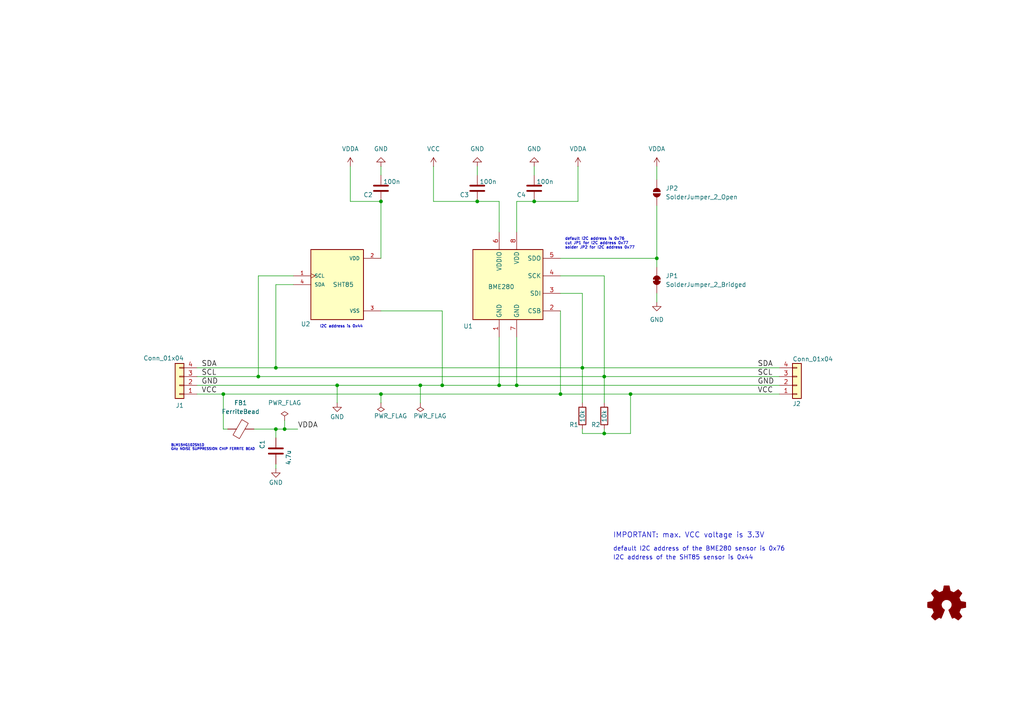
<source format=kicad_sch>
(kicad_sch (version 20231120) (generator "eeschema") (generator_version "8.0")
  (paper "A4")
  (title_block (title "I2C_Module_SHT85_BME280_FUEL4EP") (date "2024-09-30") (rev "1.4") (company "FUEL4EP") (comment 1 "fitting to  HB-UNI-SEN-BATT_ATMega1284P_E07-868MS10_FUEL4EP") (comment 2 "Creative Commons License, non-commercial"))
  (lib_symbols
    (symbol "Connector_Generic:Conn_01x04" (pin_names (offset 1.016) hide)
      (property "Reference" "J" (at 0 5.08 0))
      (property "Value" "Conn_01x04" (at 0 -7.62 0))
      (symbol "Conn_01x04_1_1"
        (rectangle (start -1.27 -4.953) (end 0 -5.207) (stroke (width 0.1524)))
        (rectangle (start -1.27 -2.413) (end 0 -2.667) (stroke (width 0.1524)))
        (rectangle (start -1.27 0.127) (end 0 -0.127) (stroke (width 0.1524)))
        (rectangle (start -1.27 2.667) (end 0 2.413) (stroke (width 0.1524)))
        (rectangle (start -1.27 3.81) (end 1.27 -6.35) (stroke (width 0.254)) (fill (type background)))
        (pin passive line (at -5.08 2.54 0) (length 3.81) (name "Pin_1") (number "1"))
        (pin passive line (at -5.08 0 0) (length 3.81) (name "Pin_2") (number "2"))
        (pin passive line (at -5.08 -2.54 0) (length 3.81) (name "Pin_3") (number "3"))
        (pin passive line (at -5.08 -5.08 0) (length 3.81) (name "Pin_4") (number "4"))
      )
    )
    (symbol "Device:C" (pin_numbers hide) (pin_names (offset 0.254))
      (property "Reference" "C" (at 0.635 2.54 0))
      (property "Value" "C" (at 0.635 -2.54 0))
      (symbol "C_0_1"
        (polyline (pts (xy -2.032 -0.762) (xy 2.032 -0.762)) (stroke (width 0.508)))
        (polyline (pts (xy -2.032 0.762) (xy 2.032 0.762)) (stroke (width 0.508)))
      )
      (symbol "C_1_1"
        (pin passive line (at 0 3.81 270) (length 2.794) (name "~") (number "1"))
        (pin passive line (at 0 -3.81 90) (length 2.794) (name "~") (number "2"))
      )
    )
    (symbol "Device:FerriteBead" (pin_numbers hide) (pin_names (offset 0))
      (property "Reference" "FB" (at -3.81 0.635 90))
      (property "Value" "FerriteBead" (at 3.81 0 90))
      (symbol "FerriteBead_0_1"
        (polyline (pts (xy 0 -1.27) (xy 0 -1.2192)))
        (polyline (pts (xy 0 1.27) (xy 0 1.2954)))
        (polyline (pts (xy -2.7686 0.4064) (xy -1.7018 2.2606) (xy 2.7686 -0.3048) (xy 1.6764 -2.159) (xy -2.7686 0.4064)))
      )
      (symbol "FerriteBead_1_1"
        (pin passive line (at 0 3.81 270) (length 2.54) (name "~") (number "1"))
        (pin passive line (at 0 -3.81 90) (length 2.54) (name "~") (number "2"))
      )
    )
    (symbol "Device:R" (pin_numbers hide) (pin_names (offset 0))
      (property "Reference" "R" (at 2.032 0 90))
      (property "Value" "R" (at 0 0 90))
      (symbol "R_0_1"
        (rectangle (start -1.016 -2.54) (end 1.016 2.54) (stroke (width 0.254)))
      )
      (symbol "R_1_1"
        (pin passive line (at 0 3.81 270) (length 1.27) (name "~") (number "1"))
        (pin passive line (at 0 -3.81 90) (length 1.27) (name "~") (number "2"))
      )
    )
    (symbol "FUEL4EP:SHT85" (pin_names (offset 1.016))
      (property "Reference" "U" (at -7.62 11.43 0))
      (property "Value" "SHT85" (at -7.62 -12.7 0))
      (symbol "SHT85_0_0"
        (rectangle (start -7.62 -10.16) (end 7.62 10.16) (stroke (width 0.254)) (fill (type background)))
        (pin input clock (at -12.7 2.54 0) (length 5.08) (name "SCL") (number "1"))
        (pin power_in line (at 12.7 7.62 180) (length 5.08) (name "VDD") (number "2"))
        (pin power_in line (at 12.7 -7.62 180) (length 5.08) (name "VSS") (number "3"))
        (pin bidirectional line (at -12.7 0 0) (length 5.08) (name "SDA") (number "4"))
      )
    )
    (symbol "Graphic:Logo_Open_Hardware_Small" (in_bom no) (on_board no)
      (symbol "Logo_Open_Hardware_Small_0_1"
        (polyline (pts (xy 3.3528 -4.3434) (xy 3.302 -4.318) (xy 3.175 -4.2418) (xy 2.9972 -4.1148) (xy 2.7686 -3.9624) (xy 2.54 -3.81) (xy 2.3622 -3.7084) (xy 2.2352 -3.6068) (xy 2.1844 -3.5814) (xy 2.159 -3.6068) (xy 2.0574 -3.6576) (xy 1.905 -3.7338) (xy 1.8034 -3.7846) (xy 1.6764 -3.8354) (xy 1.6002 -3.8354) (xy 1.6002 -3.8354) (xy 1.5494 -3.7338) (xy 1.4732 -3.5306) (xy 1.3462 -3.302) (xy 1.2446 -3.0226) (xy 1.1176 -2.7178) (xy 0.9652 -2.413) (xy 0.8636 -2.1082) (xy 0.7366 -1.8288) (xy 0.6604 -1.6256) (xy 0.6096 -1.4732) (xy 0.5842 -1.397) (xy 0.5842 -1.397) (xy 0.6604 -1.3208) (xy 0.7874 -1.2446) (xy 1.0414 -1.016) (xy 1.2954 -0.6858) (xy 1.4478 -0.3302) (xy 1.524 0.0762) (xy 1.4732 0.4572) (xy 1.3208 0.8128) (xy 1.0668 1.143) (xy 0.762 1.3716) (xy 0.4064 1.524) (xy 0 1.5748) (xy -0.381 1.5494) (xy -0.7366 1.397) (xy -1.0668 1.143) (xy -1.2192 0.9906) (xy -1.397 0.6604) (xy -1.524 0.3048) (xy -1.524 0.2286) (xy -1.4986 -0.1778) (xy -1.397 -0.5334) (xy -1.1938 -0.8636) (xy -0.9144 -1.143) (xy -0.8636 -1.1684) (xy -0.7366 -1.27) (xy -0.635 -1.3462) (xy -0.5842 -1.397) (xy -1.0668 -2.5908) (xy -1.143 -2.794) (xy -1.2954 -3.1242) (xy -1.397 -3.4036) (xy -1.4986 -3.6322) (xy -1.5748 -3.7846) (xy -1.6002 -3.8354) (xy -1.6002 -3.8354) (xy -1.651 -3.8354) (xy -1.7272 -3.81) (xy -1.905 -3.7338) (xy -2.0066 -3.683) (xy -2.1336 -3.6068) (xy -2.2098 -3.5814) (xy -2.2606 -3.6068) (xy -2.3622 -3.683) (xy -2.54 -3.81) (xy -2.7686 -3.9624) (xy -2.9718 -4.0894) (xy -3.1496 -4.2164) (xy -3.302 -4.318) (xy -3.3528 -4.3434) (xy -3.3782 -4.3434) (xy -3.429 -4.318) (xy -3.5306 -4.2164) (xy -3.7084 -4.064) (xy -3.937 -3.8354) (xy -3.9624 -3.81) (xy -4.1656 -3.6068) (xy -4.318 -3.4544) (xy -4.4196 -3.3274) (xy -4.445 -3.2766) (xy -4.445 -3.2766) (xy -4.4196 -3.2258) (xy -4.318 -3.0734) (xy -4.2164 -2.8956) (xy -4.064 -2.667) (xy -3.6576 -2.0828) (xy -3.8862 -1.5494) (xy -3.937 -1.3716) (xy -4.0386 -1.1684) (xy -4.0894 -1.0414) (xy -4.1148 -0.9652) (xy -4.191 -0.9398) (xy -4.318 -0.9144) (xy -4.5466 -0.8636) (xy -4.8006 -0.8128) (xy -5.0546 -0.7874) (xy -5.2578 -0.7366) (xy -5.4356 -0.7112) (xy -5.5118 -0.6858) (xy -5.5118 -0.6858) (xy -5.5372 -0.635) (xy -5.5372 -0.5588) (xy -5.5372 -0.4318) (xy -5.5626 -0.2286) (xy -5.5626 0.0762) (xy -5.5626 0.127) (xy -5.5372 0.4064) (xy -5.5372 0.635) (xy -5.5372 0.762) (xy -5.5372 0.8382) (xy -5.5372 0.8382) (xy -5.461 0.8382) (xy -5.3086 0.889) (xy -5.08 0.9144) (xy -4.826 0.9652) (xy -4.8006 0.9906) (xy -4.5466 1.0414) (xy -4.318 1.0668) (xy -4.1656 1.1176) (xy -4.0894 1.143) (xy -4.0894 1.143) (xy -4.0386 1.2446) (xy -3.9624 1.4224) (xy -3.8608 1.6256) (xy -3.7846 1.8288) (xy -3.7084 2.0066) (xy -3.6576 2.159) (xy -3.6322 2.2098) (xy -3.6322 2.2098) (xy -3.683 2.286) (xy -3.7592 2.413) (xy -3.8862 2.5908) (xy -4.064 2.8194) (xy -4.064 2.8448) (xy -4.2164 3.0734) (xy -4.3434 3.2512) (xy -4.4196 3.3782) (xy -4.445 3.4544) (xy -4.445 3.4544) (xy -4.3942 3.5052) (xy -4.2926 3.6322) (xy -4.1148 3.81) (xy -3.937 4.0132) (xy -3.8608 4.064) (xy -3.6576 4.2926) (xy -3.5052 4.4196) (xy -3.4036 4.4958) (xy -3.3528 4.5212) (xy -3.3528 4.5212) (xy -3.302 4.4704) (xy -3.1496 4.3688) (xy -2.9718 4.2418) (xy -2.7432 4.0894) (xy -2.7178 4.0894) (xy -2.4892 3.937) (xy -2.3114 3.81) (xy -2.1844 3.7084) (xy -2.1336 3.683) (xy -2.1082 3.683) (xy -2.032 3.7084) (xy -1.8542 3.7592) (xy -1.6764 3.8354) (xy -1.4732 3.937) (xy -1.27 4.0132) (xy -1.143 4.064) (xy -1.0668 4.1148) (xy -1.0668 4.1148) (xy -1.0414 4.191) (xy -1.016 4.3434) (xy -0.9652 4.572) (xy -0.9144 4.8514) (xy -0.889 4.9022) (xy -0.8382 5.1562) (xy -0.8128 5.3848) (xy -0.7874 5.5372) (xy -0.762 5.588) (xy -0.7112 5.6134) (xy -0.5842 5.6134) (xy -0.4064 5.6134) (xy -0.1524 5.6134) (xy 0.0762 5.6134) (xy 0.3302 5.6134) (xy 0.5334 5.6134) (xy 0.6858 5.588) (xy 0.7366 5.588) (xy 0.7366 5.588) (xy 0.762 5.5118) (xy 0.8128 5.334) (xy 0.8382 5.1054) (xy 0.9144 4.826) (xy 0.9144 4.7752) (xy 0.9652 4.5212) (xy 1.016 4.2926) (xy 1.0414 4.1402) (xy 1.0668 4.0894) (xy 1.0668 4.0894) (xy 1.1938 4.0386) (xy 1.3716 3.9624) (xy 1.5748 3.8608) (xy 2.0828 3.6576) (xy 2.7178 4.0894) (xy 2.7686 4.1402) (xy 2.9972 4.2926) (xy 3.175 4.4196) (xy 3.302 4.4958) (xy 3.3782 4.5212) (xy 3.3782 4.5212) (xy 3.429 4.4704) (xy 3.556 4.3434) (xy 3.7338 4.191) (xy 3.9116 3.9878) (xy 4.064 3.8354) (xy 4.2418 3.6576) (xy 4.3434 3.556) (xy 4.4196 3.4798) (xy 4.4196 3.429) (xy 4.4196 3.4036) (xy 4.3942 3.3274) (xy 4.2926 3.2004) (xy 4.1656 2.9972) (xy 4.0132 2.794) (xy 3.8862 2.5908) (xy 3.7592 2.3876) (xy 3.6576 2.2352) (xy 3.6322 2.159) (xy 3.6322 2.1336) (xy 3.683 2.0066) (xy 3.7592 1.8288) (xy 3.8608 1.6002) (xy 4.064 1.1176) (xy 4.3942 1.0414) (xy 4.5974 1.016) (xy 4.8768 0.9652) (xy 5.1308 0.9144) (xy 5.5372 0.8382) (xy 5.5626 -0.6604) (xy 5.4864 -0.6858) (xy 5.4356 -0.6858) (xy 5.2832 -0.7366) (xy 5.0546 -0.762) (xy 4.8006 -0.8128) (xy 4.5974 -0.8636) (xy 4.3688 -0.9144) (xy 4.2164 -0.9398) (xy 4.1402 -0.9398) (xy 4.1148 -0.9652) (xy 4.064 -1.0668) (xy 3.9878 -1.2446) (xy 3.9116 -1.4478) (xy 3.81 -1.651) (xy 3.7338 -1.8542) (xy 3.683 -2.0066) (xy 3.6576 -2.0828) (xy 3.683 -2.1336) (xy 3.7846 -2.2606) (xy 3.8862 -2.4638) (xy 4.0386 -2.667) (xy 4.191 -2.8956) (xy 4.318 -3.0734) (xy 4.3942 -3.2004) (xy 4.445 -3.2766) (xy 4.4196 -3.3274) (xy 4.3434 -3.429) (xy 4.1656 -3.5814) (xy 3.937 -3.8354) (xy 3.8862 -3.8608) (xy 3.683 -4.064) (xy 3.5306 -4.2164) (xy 3.4036 -4.318) (xy 3.3528 -4.3434)) (fill (type outline)))
      )
    )
    (symbol "Jumper:SolderJumper_2_Bridged" (pin_numbers hide) (pin_names (offset 0) hide) (exclude_from_sim yes) (in_bom no)
      (property "Reference" "JP" (at 0 2.032 0))
      (property "Value" "SolderJumper_2_Bridged" (at 0 -2.54 0))
      (symbol "SolderJumper_2_Bridged_0_1"
        (rectangle (start -0.508 0.508) (end 0.508 -0.508) (fill (type outline)))
        (arc (start -0.254 1.016) (mid -1.2656 0) (end -0.254 -1.016))
        (arc (start -0.254 1.016) (mid -1.2656 0) (end -0.254 -1.016) (fill (type outline)))
        (polyline (pts (xy -0.254 1.016) (xy -0.254 -1.016)))
        (polyline (pts (xy 0.254 1.016) (xy 0.254 -1.016)))
        (arc (start 0.254 -1.016) (mid 1.2656 0) (end 0.254 1.016))
        (arc (start 0.254 -1.016) (mid 1.2656 0) (end 0.254 1.016) (fill (type outline)))
      )
      (symbol "SolderJumper_2_Bridged_1_1"
        (pin passive line (at -3.81 0 0) (length 2.54) (name "A") (number "1"))
        (pin passive line (at 3.81 0 180) (length 2.54) (name "B") (number "2"))
      )
    )
    (symbol "Jumper:SolderJumper_2_Open" (pin_numbers hide) (pin_names (offset 0) hide) (exclude_from_sim yes) (in_bom no)
      (property "Reference" "JP" (at 0 2.032 0))
      (property "Value" "SolderJumper_2_Open" (at 0 -2.54 0))
      (symbol "SolderJumper_2_Open_0_1"
        (arc (start -0.254 1.016) (mid -1.2656 0) (end -0.254 -1.016))
        (arc (start -0.254 1.016) (mid -1.2656 0) (end -0.254 -1.016) (fill (type outline)))
        (polyline (pts (xy -0.254 1.016) (xy -0.254 -1.016)))
        (polyline (pts (xy 0.254 1.016) (xy 0.254 -1.016)))
        (arc (start 0.254 -1.016) (mid 1.2656 0) (end 0.254 1.016))
        (arc (start 0.254 -1.016) (mid 1.2656 0) (end 0.254 1.016) (fill (type outline)))
      )
      (symbol "SolderJumper_2_Open_1_1"
        (pin passive line (at -3.81 0 0) (length 2.54) (name "A") (number "1"))
        (pin passive line (at 3.81 0 180) (length 2.54) (name "B") (number "2"))
      )
    )
    (symbol "Sensor:BME280"
      (property "Reference" "U" (at -8.89 11.43 0))
      (property "Value" "BME280" (at 7.62 11.43 0))
      (symbol "BME280_0_1"
        (rectangle (start -10.16 10.16) (end 10.16 -10.16) (stroke (width 0.254)) (fill (type background)))
      )
      (symbol "BME280_1_1"
        (pin power_in line (at -2.54 -15.24 90) (length 5.08) (name "GND") (number "1"))
        (pin input line (at 15.24 -7.62 180) (length 5.08) (name "CSB") (number "2"))
        (pin bidirectional line (at 15.24 -2.54 180) (length 5.08) (name "SDI") (number "3"))
        (pin input line (at 15.24 2.54 180) (length 5.08) (name "SCK") (number "4"))
        (pin bidirectional line (at 15.24 7.62 180) (length 5.08) (name "SDO") (number "5"))
        (pin power_in line (at -2.54 15.24 270) (length 5.08) (name "VDDIO") (number "6"))
        (pin power_in line (at 2.54 -15.24 90) (length 5.08) (name "GND") (number "7"))
        (pin power_in line (at 2.54 15.24 270) (length 5.08) (name "VDD") (number "8"))
      )
    )
    (symbol "power:GND" (power) (pin_numbers hide) (pin_names (offset 0) hide)
      (property "Value" "GND" (at 0 -3.81 0))
      (symbol "GND_0_1"
        (polyline (pts (xy 0 0) (xy 0 -1.27) (xy 1.27 -1.27) (xy 0 -2.54) (xy -1.27 -1.27) (xy 0 -1.27)))
      )
      (symbol "GND_1_1"
        (pin power_in line (at 0 0 270) (length 0) (name "~") (number "1"))
      )
    )
    (symbol "power:PWR_FLAG" (power) (pin_numbers hide) (pin_names (offset 0) hide)
      (property "Value" "PWR_FLAG" (at 0 3.81 0))
      (symbol "PWR_FLAG_0_0"
        (pin power_out line (at 0 0 90) (length 0) (name "~") (number "1"))
      )
      (symbol "PWR_FLAG_0_1"
        (polyline (pts (xy 0 0) (xy 0 1.27) (xy -1.016 1.905) (xy 0 2.54) (xy 1.016 1.905) (xy 0 1.27)))
      )
    )
    (symbol "power:VCC" (power) (pin_numbers hide) (pin_names (offset 0) hide)
      (property "Value" "VCC" (at 0 3.556 0))
      (symbol "VCC_0_1"
        (polyline (pts (xy -0.762 1.27) (xy 0 2.54)))
        (polyline (pts (xy 0 0) (xy 0 2.54)))
        (polyline (pts (xy 0 2.54) (xy 0.762 1.27)))
      )
      (symbol "VCC_1_1"
        (pin power_in line (at 0 0 90) (length 0) (name "~") (number "1"))
      )
    )
    (symbol "power:VDDA" (power) (pin_numbers hide) (pin_names (offset 0) hide)
      (property "Value" "VDDA" (at 0 3.556 0))
      (symbol "VDDA_0_1"
        (polyline (pts (xy -0.762 1.27) (xy 0 2.54)))
        (polyline (pts (xy 0 0) (xy 0 2.54)))
        (polyline (pts (xy 0 2.54) (xy 0.762 1.27)))
      )
      (symbol "VDDA_1_1"
        (pin power_in line (at 0 0 90) (length 0) (name "~") (number "1"))
      )
    )
  )
  (junction (at 175.26 109.22))
  (junction (at 64.77 114.3))
  (junction (at 80.01 106.68))
  (junction (at 182.88 114.3))
  (junction (at 149.86 111.76))
  (junction (at 154.94 58.42))
  (junction (at 175.26 125.73))
  (junction (at 128.27 111.76))
  (junction (at 80.01 124.46))
  (junction (at 138.43 58.42))
  (junction (at 97.79 111.76))
  (junction (at 168.91 106.68))
  (junction (at 121.92 111.76))
  (junction (at 144.78 111.76))
  (junction (at 162.56 114.3))
  (junction (at 74.93 109.22))
  (junction (at 82.55 124.46))
  (junction (at 110.49 58.42))
  (junction (at 110.49 114.3))
  (junction (at 190.5 74.93))
  (wire (pts (xy 168.91 85.09) (xy 168.91 106.68)))
  (wire (pts (xy 162.56 85.09) (xy 168.91 85.09)))
  (wire (pts (xy 85.09 82.55) (xy 80.01 82.55)))
  (wire (pts (xy 57.15 109.22) (xy 74.93 109.22)))
  (wire (pts (xy 85.09 80.01) (xy 74.93 80.01)))
  (wire (pts (xy 97.79 111.76) (xy 121.92 111.76)))
  (wire (pts (xy 190.5 74.93) (xy 162.56 74.93)))
  (wire (pts (xy 162.56 80.01) (xy 175.26 80.01)))
  (wire (pts (xy 175.26 80.01) (xy 175.26 109.22)))
  (wire (pts (xy 175.26 109.22) (xy 226.06 109.22)))
  (wire (pts (xy 182.88 125.73) (xy 182.88 114.3)))
  (wire (pts (xy 144.78 67.31) (xy 144.78 58.42)))
  (wire (pts (xy 190.5 48.26) (xy 190.5 52.07)))
  (wire (pts (xy 168.91 124.46) (xy 168.91 125.73)))
  (wire (pts (xy 57.15 106.68) (xy 80.01 106.68)))
  (wire (pts (xy 138.43 48.26) (xy 138.43 50.8)))
  (wire (pts (xy 175.26 124.46) (xy 175.26 125.73)))
  (wire (pts (xy 149.86 58.42) (xy 154.94 58.42)))
  (wire (pts (xy 86.36 124.46) (xy 82.55 124.46)))
  (wire (pts (xy 97.79 111.76) (xy 97.79 116.84)))
  (wire (pts (xy 167.64 48.26) (xy 167.64 58.42)))
  (wire (pts (xy 128.27 90.17) (xy 110.49 90.17)))
  (wire (pts (xy 168.91 106.68) (xy 226.06 106.68)))
  (wire (pts (xy 128.27 111.76) (xy 144.78 111.76)))
  (wire (pts (xy 175.26 125.73) (xy 182.88 125.73)))
  (wire (pts (xy 138.43 58.42) (xy 144.78 58.42)))
  (wire (pts (xy 74.93 80.01) (xy 74.93 109.22)))
  (wire (pts (xy 80.01 82.55) (xy 80.01 106.68)))
  (wire (pts (xy 80.01 134.62) (xy 80.01 135.89)))
  (wire (pts (xy 190.5 59.69) (xy 190.5 74.93)))
  (wire (pts (xy 190.5 85.09) (xy 190.5 87.63)))
  (wire (pts (xy 82.55 124.46) (xy 80.01 124.46)))
  (wire (pts (xy 149.86 97.79) (xy 149.86 111.76)))
  (wire (pts (xy 154.94 58.42) (xy 167.64 58.42)))
  (wire (pts (xy 121.92 111.76) (xy 128.27 111.76)))
  (wire (pts (xy 74.93 109.22) (xy 175.26 109.22)))
  (wire (pts (xy 82.55 121.92) (xy 82.55 124.46)))
  (wire (pts (xy 190.5 74.93) (xy 190.5 77.47)))
  (wire (pts (xy 162.56 90.17) (xy 162.56 114.3)))
  (wire (pts (xy 128.27 90.17) (xy 128.27 111.76)))
  (wire (pts (xy 80.01 124.46) (xy 80.01 127)))
  (wire (pts (xy 149.86 67.31) (xy 149.86 58.42)))
  (wire (pts (xy 168.91 106.68) (xy 168.91 116.84)))
  (wire (pts (xy 125.73 58.42) (xy 138.43 58.42)))
  (wire (pts (xy 64.77 114.3) (xy 110.49 114.3)))
  (wire (pts (xy 154.94 48.26) (xy 154.94 50.8)))
  (wire (pts (xy 144.78 111.76) (xy 149.86 111.76)))
  (wire (pts (xy 80.01 106.68) (xy 168.91 106.68)))
  (wire (pts (xy 57.15 114.3) (xy 64.77 114.3)))
  (wire (pts (xy 110.49 114.3) (xy 110.49 116.84)))
  (wire (pts (xy 64.77 124.46) (xy 66.04 124.46)))
  (wire (pts (xy 182.88 114.3) (xy 226.06 114.3)))
  (wire (pts (xy 125.73 48.26) (xy 125.73 58.42)))
  (wire (pts (xy 110.49 58.42) (xy 110.49 74.93)))
  (wire (pts (xy 175.26 109.22) (xy 175.26 116.84)))
  (wire (pts (xy 57.15 111.76) (xy 97.79 111.76)))
  (wire (pts (xy 73.66 124.46) (xy 80.01 124.46)))
  (wire (pts (xy 110.49 58.42) (xy 101.6 58.42)))
  (wire (pts (xy 149.86 111.76) (xy 226.06 111.76)))
  (wire (pts (xy 144.78 97.79) (xy 144.78 111.76)))
  (wire (pts (xy 101.6 48.26) (xy 101.6 58.42)))
  (wire (pts (xy 121.92 111.76) (xy 121.92 116.84)))
  (wire (pts (xy 110.49 114.3) (xy 162.56 114.3)))
  (wire (pts (xy 64.77 114.3) (xy 64.77 124.46)))
  (wire (pts (xy 162.56 114.3) (xy 182.88 114.3)))
  (wire (pts (xy 110.49 48.26) (xy 110.49 50.8)))
  (wire (pts (xy 168.91 125.73) (xy 175.26 125.73)))
  (text "cut JP1 for I2C address 0x77\n" (at 163.83 71.12 0) (effects (font (size 0.8 0.8)) (justify left bottom)))
  (text "I2C address is 0x44\n" (at 92.71 95.25 0) (effects (font (size 0.8 0.8)) (justify left bottom)))
  (text "BLM15HG102SN1D\nGHz NOISE SUPPRESSION CHIP FERRITE BEAD" (at 49.53 130.81 0) (effects (font (size 0.7 0.7)) (justify left bottom)))
  (text "solder JP2 for I2C address 0x77\n" (at 163.83 72.39 0) (effects (font (size 0.8 0.8)) (justify left bottom)))
  (text "default I2C address of the BME280 sensor is 0x76\n" (at 177.8 160.02 0) (effects (font (size 1.27 1.27)) (justify left bottom)))
  (text "I2C address of the SHT85 sensor is 0x44\n" (at 177.8 162.56 0) (effects (font (size 1.27 1.27)) (justify left bottom)))
  (text "default I2C address is 0x76\n" (at 163.83 69.85 0) (effects (font (size 0.8 0.8)) (justify left bottom)))
  (text "IMPORTANT: max. VCC voltage is 3.3V" (at 177.8 156.21 0) (effects (font (size 1.524 1.524)) (justify left bottom)))
  (label "SCL" (at 219.71 109.22 0) (effects (font (size 1.524 1.524))))
  (label "VCC" (at 219.71 114.3 0) (effects (font (size 1.524 1.524))))
  (label "VCC" (at 58.42 114.3 0) (effects (font (size 1.524 1.524))))
  (label "SDA" (at 219.71 106.68 0) (effects (font (size 1.524 1.524))))
  (label "SCL" (at 58.42 109.22 0) (effects (font (size 1.524 1.524))))
  (label "GND" (at 58.42 111.76 0) (effects (font (size 1.524 1.524))))
  (label "VDDA" (at 86.36 124.46 0) (effects (font (size 1.524 1.524))))
  (label "GND" (at 219.71 111.76 0) (effects (font (size 1.524 1.524))))
  (label "SDA" (at 58.42 106.68 0) (effects (font (size 1.524 1.524))))
  (symbol (lib_id "Connector_Generic:Conn_01x04") (at 231.14 111.76 0) (mirror x) (unit 1)
    (property "Reference" "J2" (at 229.87 117.094 0) (effects (justify left)))
    (property "Value" "Conn_01x04" (at 229.87 104.14 0) (effects (justify left)))
    (property "Footprint" "Connector_PinHeader_2.54mm:PinHeader_1x04_P2.54mm_Vertical" (effects (hide yes)))
    (property "Description" "Generic connector, single row, 01x04, script generated (kicad-library-utils/schlib/autogen/connector/)" (effects (hide yes)))
  )
  (symbol (lib_id "Connector_Generic:Conn_01x04") (at 52.07 111.76 180) (unit 1)
    (property "Reference" "J1" (at 53.34 117.602 0) (effects (justify left)))
    (property "Value" "Conn_01x04" (at 53.34 103.886 0) (effects (justify left)))
    (property "Footprint" "Connector_PinHeader_2.54mm:PinHeader_1x04_P2.54mm_Vertical" (effects (hide yes)))
    (property "Description" "Generic connector, single row, 01x04, script generated (kicad-library-utils/schlib/autogen/connector/)" (effects (hide yes)))
  )
  (symbol (lib_id "Graphic:Logo_Open_Hardware_Small") (at 274.574 175.514 0) (unit 1) (exclude_from_sim yes)
    (property "Reference" "LOGO1" (effects (hide yes)))
    (property "Value" "Logo_Open_Hardware_Small" (effects (hide yes)))
    (property "Footprint" "FUEL4EP:CC-BY-ND-SA" (effects (hide yes)))
    (property "Description" "Open Hardware logo, small" (effects (hide yes)))
    (property "Sim.Enable" "0" (effects (hide yes)))
  )
  (symbol (lib_id "Device:R") (at 168.91 120.65 0) (unit 1)
    (property "Reference" "R1" (at 165.1 123.19 0) (effects (justify left)))
    (property "Value" "10k" (at 168.91 122.555 90) (effects (justify left)))
    (property "Footprint" "Resistor_SMD:R_0402_1005Metric" (effects (hide yes)))
    (property "Description" "Resistor" (effects (hide yes)))
    (property "LCSC" "C25744" (effects (hide yes)))
    (property "TYPE" "0402" (effects (hide yes)))
  )
  (symbol (lib_id "power:GND") (at 138.43 48.26 180) (unit 1)
    (property "Reference" "#PWR04" (effects (hide yes)))
    (property "Value" "GND" (at 138.43 43.18 0))
    (property "Description" "Power symbol creates a global label with name \"GND\" , ground" (effects (hide yes)))
  )
  (symbol (lib_id "power:VDDA") (at 101.6 48.26 0) (unit 1)
    (property "Reference" "#PWR06" (effects (hide yes)))
    (property "Value" "VDDA" (at 101.6 43.18 0))
    (property "Description" "Power symbol creates a global label with name \"VDDA\"" (effects (hide yes)))
  )
  (symbol (lib_id "power:PWR_FLAG") (at 110.49 116.84 180) (unit 1)
    (property "Reference" "#FLG0102" (effects (hide yes)))
    (property "Value" "PWR_FLAG" (at 108.458 120.65 0) (effects (justify right)))
    (property "Description" "Special symbol for telling ERC where power comes from" (effects (hide yes)))
  )
  (symbol (lib_id "Device:FerriteBead") (at 69.85 124.46 90) (unit 1)
    (property "Reference" "FB1" (at 69.7992 116.84 90))
    (property "Value" "FerriteBead" (at 69.7992 119.38 90))
    (property "Footprint" "Inductor_SMD:L_0402_1005Metric" (effects (hide yes)))
    (property "Description" "Ferrite bead" (effects (hide yes)))
    (property "LCSC" "C76889" (effects (hide yes)))
    (property "TYPE" "0402" (effects (hide yes)))
  )
  (symbol (lib_id "FUEL4EP:SHT85") (at 97.79 82.55 0) (unit 1)
    (property "Reference" "U2" (at 88.646 93.98 0))
    (property "Value" "SHT85" (at 99.568 82.55 0))
    (property "Footprint" "FUEL4EP:XDCR_SHT85" (effects (hide yes)))
    (property "Datasheet" "https://www.mouser.com/catalog/specsheets/Sensirion_10022018_HT_DS_SHT85_V0.9_D1.pdf" (effects (hide yes)))
    (property "Description" "Humidity Temperature Sensor 0 ~ 100% RH Digital ±1.5% RH 8 s Through Hole" (effects (hide yes)))
    (property "MF" "Sensirion AG" (effects (hide yes)))
    (property "MP" "SHT85" (effects (hide yes)))
    (property "LCSC" "C779800" (effects (hide yes)))
    (property "TYPE" " SIP-4 " (effects (hide yes)))
  )
  (symbol (lib_id "Device:C") (at 154.94 54.61 0) (unit 1)
    (property "Reference" "C4" (at 149.86 56.515 0) (effects (justify left)))
    (property "Value" "100n" (at 155.575 52.705 0) (effects (justify left)))
    (property "Footprint" "Capacitor_SMD:C_0603_1608Metric" (effects (hide yes)))
    (property "Description" "Unpolarized capacitor" (effects (hide yes)))
    (property "LCSC" "C14663" (effects (hide yes)))
    (property "TYPE" "0603" (effects (hide yes)))
  )
  (symbol (lib_id "power:GND") (at 97.79 116.84 0) (unit 1)
    (property "Reference" "#PWR02" (effects (hide yes)))
    (property "Value" "GND" (at 97.79 120.904 0))
    (property "Description" "Power symbol creates a global label with name \"GND\" , ground" (effects (hide yes)))
  )
  (symbol (lib_id "Jumper:SolderJumper_2_Open") (at 190.5 55.88 90) (unit 1)
    (property "Reference" "JP2" (at 193.04 54.61 90) (effects (justify right)))
    (property "Value" "SolderJumper_2_Open" (at 193.04 57.15 90) (effects (justify right)))
    (property "Footprint" "Jumper:SolderJumper-2_P1.3mm_Open_Pad1.0x1.5mm" (effects (hide yes)))
    (property "Description" "Solder Jumper, 2-pole, open" (effects (hide yes)))
  )
  (symbol (lib_id "power:GND") (at 154.94 48.26 180) (unit 1)
    (property "Reference" "#PWR05" (effects (hide yes)))
    (property "Value" "GND" (at 154.94 43.18 0))
    (property "Description" "Power symbol creates a global label with name \"GND\" , ground" (effects (hide yes)))
  )
  (symbol (lib_id "power:GND") (at 190.5 87.63 0) (unit 1)
    (property "Reference" "#PWR010" (effects (hide yes)))
    (property "Value" "GND" (at 190.5 92.71 0))
    (property "Description" "Power symbol creates a global label with name \"GND\" , ground" (effects (hide yes)))
  )
  (symbol (lib_id "power:VCC") (at 125.73 48.26 0) (unit 1)
    (property "Reference" "#PWR03" (effects (hide yes)))
    (property "Value" "VCC" (at 125.73 43.18 0))
    (property "Description" "Power symbol creates a global label with name \"VCC\"" (effects (hide yes)))
  )
  (symbol (lib_id "power:PWR_FLAG") (at 82.55 121.92 0) (unit 1)
    (property "Reference" "#FLG0101" (effects (hide yes)))
    (property "Value" "PWR_FLAG" (at 82.55 116.84 0))
    (property "Description" "Special symbol for telling ERC where power comes from" (effects (hide yes)))
  )
  (symbol (lib_id "Device:C") (at 110.49 54.61 0) (unit 1)
    (property "Reference" "C2" (at 105.41 56.515 0) (effects (justify left)))
    (property "Value" "100n" (at 111.125 52.705 0) (effects (justify left)))
    (property "Footprint" "Capacitor_SMD:C_0603_1608Metric" (effects (hide yes)))
    (property "Description" "Unpolarized capacitor" (effects (hide yes)))
    (property "LCSC" "C14663" (effects (hide yes)))
    (property "TYPE" "0603" (effects (hide yes)))
  )
  (symbol (lib_id "Sensor:BME280") (at 147.32 82.55 0) (unit 1)
    (property "Reference" "U1" (at 137.16 94.615 0) (effects (justify right)))
    (property "Value" "BME280" (at 149.225 83.185 0) (effects (justify right)))
    (property "Footprint" "Package_LGA:Bosch_LGA-8_2.5x2.5mm_P0.65mm_ClockwisePinNumbering" (effects (hide yes)))
    (property "Datasheet" "https://www.bosch-sensortec.com/media/boschsensortec/downloads/datasheets/bst-bme280-ds002.pdf" (effects (hide yes)))
    (property "Description" "3-in-1 sensor, humidity, pressure, temperature, I2C and SPI interface, 1.71-3.6V, LGA-8" (effects (hide yes)))
    (property "LCSC" "C92489" (effects (hide yes)))
    (property "TYPE" "LGA-8" (effects (hide yes)))
  )
  (symbol (lib_id "Device:C") (at 80.01 130.81 0) (unit 1)
    (property "Reference" "C1" (at 76.073 128.905 90))
    (property "Value" "4.7u" (at 83.693 132.715 90))
    (property "Footprint" "Capacitor_SMD:C_0603_1608Metric" (effects (hide yes)))
    (property "Description" "Unpolarized capacitor" (effects (hide yes)))
    (property "LCSC" "C19666" (effects (hide yes)))
    (property "TYPE" "0603" (effects (hide yes)))
  )
  (symbol (lib_id "Device:C") (at 138.43 54.61 0) (unit 1)
    (property "Reference" "C3" (at 133.35 56.515 0) (effects (justify left)))
    (property "Value" "100n" (at 139.065 52.705 0) (effects (justify left)))
    (property "Footprint" "Capacitor_SMD:C_0603_1608Metric" (effects (hide yes)))
    (property "Description" "Unpolarized capacitor" (effects (hide yes)))
    (property "LCSC" "C14663" (effects (hide yes)))
    (property "TYPE" "0603" (effects (hide yes)))
  )
  (symbol (lib_id "power:VDDA") (at 190.5 48.26 0) (unit 1)
    (property "Reference" "#PWR0101" (effects (hide yes)))
    (property "Value" "VDDA" (at 190.5 43.18 0))
    (property "Description" "Power symbol creates a global label with name \"VDDA\"" (effects (hide yes)))
  )
  (symbol (lib_id "Jumper:SolderJumper_2_Bridged") (at 190.5 81.28 90) (unit 1)
    (property "Reference" "JP1" (at 193.04 80.0099 90) (effects (justify right)))
    (property "Value" "SolderJumper_2_Bridged" (at 193.04 82.5499 90) (effects (justify right)))
    (property "Footprint" "Jumper:SolderJumper-2_P1.3mm_Bridged_Pad1.0x1.5mm" (effects (hide yes)))
    (property "Description" "Solder Jumper, 2-pole, closed/bridged" (effects (hide yes)))
  )
  (symbol (lib_id "power:GND") (at 80.01 135.89 0) (unit 1)
    (property "Reference" "#PWR0103" (effects (hide yes)))
    (property "Value" "GND" (at 80.01 139.954 0))
    (property "Description" "Power symbol creates a global label with name \"GND\" , ground" (effects (hide yes)))
  )
  (symbol (lib_id "power:PWR_FLAG") (at 121.92 116.84 180) (unit 1)
    (property "Reference" "#FLG02" (effects (hide yes)))
    (property "Value" "PWR_FLAG" (at 119.888 120.65 0) (effects (justify right)))
    (property "Description" "Special symbol for telling ERC where power comes from" (effects (hide yes)))
  )
  (symbol (lib_id "power:GND") (at 110.49 48.26 180) (unit 1)
    (property "Reference" "#PWR09" (effects (hide yes)))
    (property "Value" "GND" (at 110.49 43.18 0))
    (property "Description" "Power symbol creates a global label with name \"GND\" , ground" (effects (hide yes)))
  )
  (symbol (lib_id "power:VDDA") (at 167.64 48.26 0) (unit 1)
    (property "Reference" "#PWR0102" (effects (hide yes)))
    (property "Value" "VDDA" (at 167.64 43.18 0))
    (property "Description" "Power symbol creates a global label with name \"VDDA\"" (effects (hide yes)))
  )
  (symbol (lib_id "Device:R") (at 175.26 120.65 0) (unit 1)
    (property "Reference" "R2" (at 171.45 123.19 0) (effects (justify left)))
    (property "Value" "10k" (at 175.26 122.555 90) (effects (justify left)))
    (property "Footprint" "Resistor_SMD:R_0402_1005Metric" (effects (hide yes)))
    (property "Description" "Resistor" (effects (hide yes)))
    (property "LCSC" "C25744" (effects (hide yes)))
    (property "TYPE" "0402" (effects (hide yes)))
  )
)
</source>
